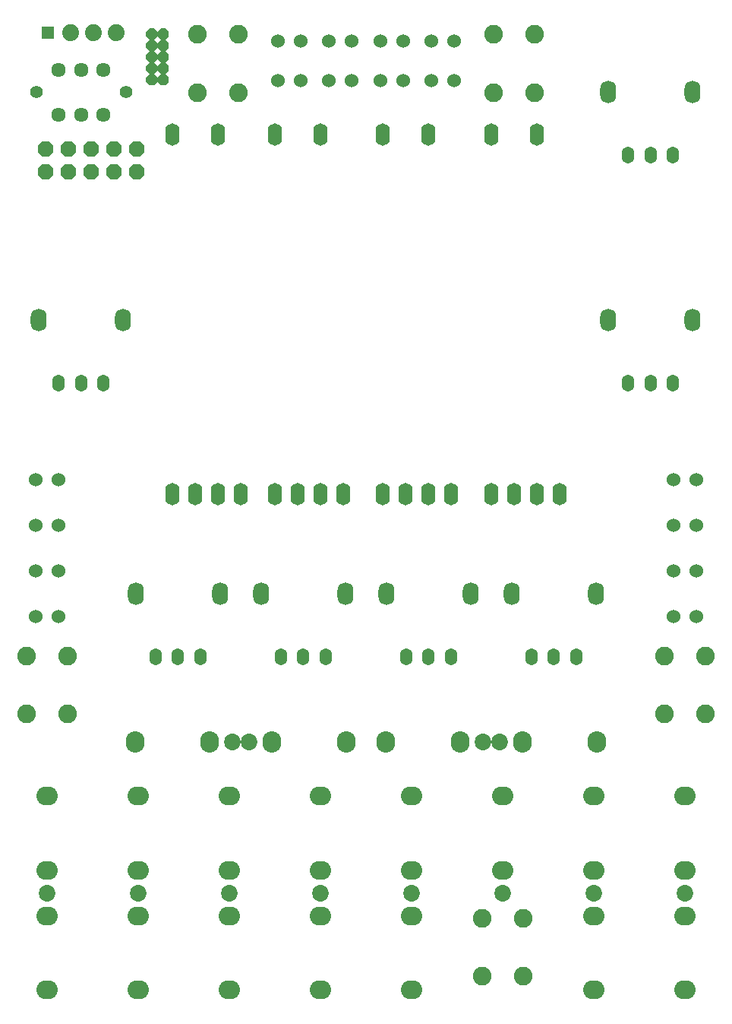
<source format=gbs>
G04 DipTrace 3.3.0.0*
G04 typhoon.GBS*
%MOIN*%
G04 #@! TF.FileFunction,Soldermask,Bot*
G04 #@! TF.Part,Single*
%AMOUTLINE0*
4,1,4,
0.026163,-0.026163,
0.026205,0.026121,
-0.026121,0.026205,
-0.026163,-0.026163,
0.026163,-0.026163,
0*%
%AMOUTLINE1*
4,1,8,
-0.034184,0.014159,
-0.014159,0.034184,
0.014159,0.034184,
0.034184,0.014159,
0.034184,-0.014159,
0.014159,-0.034184,
-0.014159,-0.034184,
-0.034184,-0.014159,
-0.034184,0.014159,
0*%
%AMOUTLINE3*
4,1,8,
0.010355,-0.025,
0.025,-0.010355,
0.025,0.010355,
0.010355,0.025,
-0.010355,0.025,
-0.025,0.010355,
-0.025,-0.010355,
-0.010355,-0.025,
0.010355,-0.025,
0*%
%ADD35C,0.074*%
%ADD58O,0.054X0.074*%
%ADD59O,0.07X0.1*%
%ADD78O,0.063X0.098*%
%ADD104C,0.055559*%
%ADD106C,0.063433*%
%ADD112C,0.06*%
%ADD114C,0.082*%
%ADD116O,0.083X0.093*%
%ADD118C,0.073*%
%ADD120O,0.093X0.083*%
%ADD138OUTLINE0*%
%ADD139OUTLINE1*%
%ADD141OUTLINE3*%
%FSLAX26Y26*%
G04*
G70*
G90*
G75*
G01*
G04 BotMask*
%LPD*%
D120*
X2979103Y982000D3*
Y1307000D3*
D118*
Y882000D3*
D120*
X2179103Y982000D3*
Y1307000D3*
D118*
Y882000D3*
D116*
X1567103Y1544000D3*
X1892103D3*
D118*
X1467103D3*
D120*
X1379103Y781000D3*
Y456000D3*
D118*
Y881000D3*
D120*
X3379103Y982000D3*
Y1307000D3*
D118*
Y882000D3*
D120*
Y781000D3*
Y456000D3*
D118*
Y881000D3*
D120*
X979103Y781000D3*
Y456000D3*
D118*
Y881000D3*
D116*
X2667103Y1544000D3*
X2992103D3*
D118*
X2567103D3*
D120*
X579103Y982000D3*
Y1307000D3*
D118*
Y882000D3*
D116*
X2391103Y1544000D3*
X2066103D3*
D118*
X2491103D3*
D120*
X1779103Y781000D3*
Y456000D3*
D118*
Y881000D3*
D120*
X2579103Y982000D3*
Y1307000D3*
D118*
Y882000D3*
D120*
X2979103Y781000D3*
Y456000D3*
D118*
Y881000D3*
D120*
X579103Y781000D3*
Y456000D3*
D118*
Y881000D3*
D120*
X1779103Y982000D3*
Y1307000D3*
D118*
Y882000D3*
D120*
X1379103Y982000D3*
Y1307000D3*
D118*
Y882000D3*
D120*
X979103Y982000D3*
Y1307000D3*
D118*
Y882000D3*
D116*
X1291103Y1544000D3*
X966103D3*
D118*
X1391103D3*
D120*
X2179103Y781000D3*
Y456000D3*
D118*
Y881000D3*
D138*
X584065Y4654962D3*
D35*
X684065D3*
X784065D3*
X884065D3*
D112*
X3429103Y2694000D3*
X3329103D3*
X3429103Y2494000D3*
X3329103D3*
X3429103Y2294000D3*
X3329103D3*
X3429103Y2094000D3*
X3329103D3*
X2266603Y4619000D3*
X2366603D3*
X2041603D3*
X2141603D3*
X1816603D3*
X1916603D3*
X1591603D3*
X1691603D3*
X2266603Y4444000D3*
X2366603D3*
X2041603D3*
X2141603D3*
X1816603D3*
X1916603D3*
X1591603D3*
X1691603D3*
X629103Y2694000D3*
X529103D3*
X629103Y2494000D3*
X529103D3*
X629103Y2294000D3*
X529103D3*
X629103Y2094000D3*
X529103D3*
D139*
X971116Y4144209D3*
Y4044209D3*
X871116Y4144209D3*
Y4044209D3*
X771116Y4144209D3*
Y4044209D3*
X671116Y4144209D3*
Y4044209D3*
X571116Y4144209D3*
Y4044209D3*
D141*
X1040548Y4649172D3*
X1090548D3*
X1040548Y4599172D3*
X1090548D3*
X1040548Y4549172D3*
X1090548D3*
X1040548Y4499172D3*
X1090548D3*
X1040548Y4449172D3*
X1090548D3*
D114*
X3290103Y1922000D3*
Y1666000D3*
X3468103Y1922000D3*
Y1666000D3*
D106*
X729103Y4295575D3*
Y4492425D3*
X827528D3*
Y4295575D3*
X630678D3*
Y4492425D3*
D104*
X925953Y4394000D3*
X532252D3*
D114*
X1240103Y4647000D3*
Y4391000D3*
X1418103Y4647000D3*
Y4391000D3*
X2718103D3*
Y4647000D3*
X2540103Y4391000D3*
Y4647000D3*
X490103Y1922000D3*
Y1666000D3*
X668103Y1922000D3*
Y1666000D3*
X2490103Y772000D3*
Y516000D3*
X2668103Y772000D3*
Y516000D3*
D78*
X2254103Y2631598D3*
X2354103D3*
X2254103Y4206402D3*
X2154103Y2631598D3*
X2054103Y4206402D3*
Y2631598D3*
D58*
X1605678Y1918409D3*
X1704103D3*
X1802528D3*
D59*
X1519063Y2194000D3*
X1889142D3*
D58*
X3130678Y3118409D3*
X3229103D3*
X3327528D3*
D59*
X3044063Y3394000D3*
X3414142D3*
D58*
X2705678Y1918409D3*
X2804103D3*
X2902528D3*
D59*
X2619063Y2194000D3*
X2989142D3*
D58*
X630678Y3118409D3*
X729103D3*
X827528D3*
D59*
X544063Y3394000D3*
X914142D3*
D58*
X2155678Y1918409D3*
X2254103D3*
X2352528D3*
D59*
X2069063Y2194000D3*
X2439142D3*
D58*
X3130678Y4118409D3*
X3229103D3*
X3327528D3*
D59*
X3044063Y4394000D3*
X3414142D3*
D78*
X2729103Y2631598D3*
X2829103D3*
X2729103Y4206402D3*
X2629103Y2631598D3*
X2529103Y4206402D3*
Y2631598D3*
X1779103D3*
X1879103D3*
X1779103Y4206402D3*
X1679103Y2631598D3*
X1579103Y4206402D3*
Y2631598D3*
X1329103D3*
X1429103D3*
X1329103Y4206402D3*
X1229103Y2631598D3*
X1129103Y4206402D3*
Y2631598D3*
D58*
X1055678Y1918409D3*
X1154103D3*
X1252528D3*
D59*
X969063Y2194000D3*
X1339142D3*
M02*

</source>
